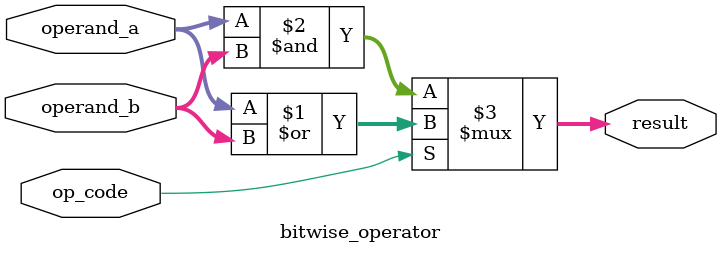
<source format=v>
module configurable_alu (
    input wire clk,
    input wire [1:0] op_code,
    input wire [31:0] operand_a,
    input wire [31:0] operand_b,
    output wire [31:0] result
);

    wire [31:0] add_result;
    wire [31:0] sub_result;
    wire [31:0] and_or_result;

    // Instantiate adder submodule
    adder u_adder (
        .operand_a(operand_a),
        .operand_b(operand_b),
        .result(add_result)
    );

    // Instantiate subtractor submodule
    subtractor u_subtractor (
        .operand_a(operand_a),
        .operand_b(operand_b),
        .result(sub_result)
    );

    // Instantiate bitwise operator submodule
    bitwise_operator u_bitwise_operator (
        .op_code(op_code[0]),
        .operand_a(operand_a),
        .operand_b(operand_b),
        .result(and_or_result)
    );

    // Result logic based on operation code
    assign result = (op_code == 2'b00) ? add_result :
                    (op_code == 2'b01) ? sub_result :
                    and_or_result;

endmodule

module adder (
    input wire [31:0] operand_a,
    input wire [31:0] operand_b,
    output wire [31:0] result
);
    assign result = operand_a + operand_b;
endmodule

module subtractor (
    input wire [31:0] operand_a,
    input wire [31:0] operand_b,
    output wire [31:0] result
);
    assign result = operand_a - operand_b;
endmodule

module bitwise_operator (
    input wire op_code,
    input wire [31:0] operand_a,
    input wire [31:0] operand_b,
    output wire [31:0] result
);
    assign result = (op_code) ? (operand_a | operand_b) : (operand_a & operand_b);
endmodule

</source>
